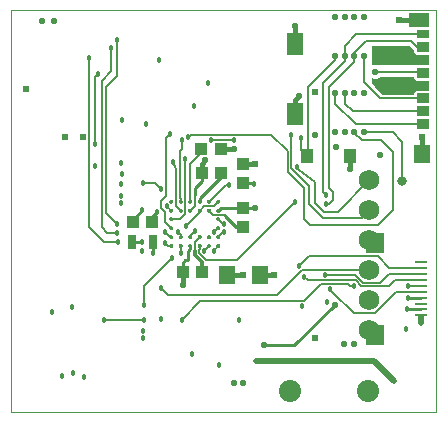
<source format=gbr>
%TF.GenerationSoftware,KiCad,Pcbnew,(5.1.4)-1*%
%TF.CreationDate,2019-10-25T20:45:33-07:00*%
%TF.ProjectId,base,62617365-2e6b-4696-9361-645f70636258,rev?*%
%TF.SameCoordinates,Original*%
%TF.FileFunction,Copper,L4,Bot*%
%TF.FilePolarity,Positive*%
%FSLAX46Y46*%
G04 Gerber Fmt 4.6, Leading zero omitted, Abs format (unit mm)*
G04 Created by KiCad (PCBNEW (5.1.4)-1) date 2019-10-25 20:45:33*
%MOMM*%
%LPD*%
G04 APERTURE LIST*
%ADD10C,0.050000*%
%ADD11R,1.500000X1.700000*%
%ADD12R,1.100000X0.250000*%
%ADD13R,1.000000X1.000000*%
%ADD14R,1.100000X1.000000*%
%ADD15C,0.100000*%
%ADD16C,0.340000*%
%ADD17R,1.400000X1.600000*%
%ADD18R,0.800000X1.200000*%
%ADD19C,1.870000*%
%ADD20R,1.000000X1.200000*%
%ADD21R,1.350000X1.900000*%
%ADD22R,1.800000X1.170000*%
%ADD23R,1.100000X0.750000*%
%ADD24R,1.100000X0.850000*%
%ADD25R,1.350000X1.550000*%
%ADD26C,1.727200*%
%ADD27C,0.457000*%
%ADD28C,0.533400*%
%ADD29C,0.609600*%
%ADD30C,0.800000*%
%ADD31C,0.457200*%
%ADD32C,0.406400*%
%ADD33C,0.254000*%
%ADD34C,0.127000*%
%ADD35C,0.250000*%
%ADD36C,0.152400*%
%ADD37C,0.508000*%
%ADD38C,0.203200*%
%ADD39C,0.150000*%
%ADD40C,0.304800*%
%ADD41C,0.076200*%
G04 APERTURE END LIST*
D10*
X166500000Y-93500000D02*
X130500000Y-93500000D01*
X130500000Y-93500000D02*
X130500000Y-127500000D01*
X166500000Y-127500000D02*
X166500000Y-93500000D01*
X130500000Y-127500000D02*
X166500000Y-127500000D01*
D11*
X161350000Y-113200000D03*
X161350000Y-121000000D03*
D12*
X165250000Y-114850000D03*
X165250000Y-115350000D03*
X165250000Y-115850000D03*
X165250000Y-116350000D03*
X165250000Y-116850000D03*
X165250000Y-117350000D03*
X165250000Y-117850000D03*
X165250000Y-118350000D03*
X165250000Y-118850000D03*
X165250000Y-119350000D03*
D13*
X140821400Y-111428900D03*
X142421400Y-111428900D03*
D14*
X146625100Y-105270400D03*
X148325100Y-105270400D03*
D15*
G36*
X144887764Y-112552218D02*
G01*
X144904266Y-112554666D01*
X144920449Y-112558719D01*
X144936157Y-112564339D01*
X144951238Y-112571472D01*
X144965548Y-112580049D01*
X144978948Y-112589987D01*
X144991309Y-112601191D01*
X145002513Y-112613552D01*
X145012451Y-112626952D01*
X145021028Y-112641262D01*
X145028161Y-112656343D01*
X145033781Y-112672051D01*
X145037834Y-112688234D01*
X145040282Y-112704736D01*
X145041101Y-112721399D01*
X145041101Y-112721401D01*
X145040282Y-112738064D01*
X145037834Y-112754566D01*
X145033781Y-112770749D01*
X145028161Y-112786457D01*
X145021028Y-112801538D01*
X145012451Y-112815848D01*
X145002513Y-112829248D01*
X144991309Y-112841609D01*
X144978948Y-112852813D01*
X144965548Y-112862751D01*
X144951238Y-112871328D01*
X144936157Y-112878461D01*
X144920449Y-112884081D01*
X144904266Y-112888134D01*
X144887764Y-112890582D01*
X144871101Y-112891401D01*
X144871099Y-112891401D01*
X144854436Y-112890582D01*
X144837934Y-112888134D01*
X144821751Y-112884081D01*
X144806043Y-112878461D01*
X144790962Y-112871328D01*
X144776652Y-112862751D01*
X144763252Y-112852813D01*
X144750891Y-112841609D01*
X144739687Y-112829248D01*
X144729749Y-112815848D01*
X144721172Y-112801538D01*
X144714039Y-112786457D01*
X144708419Y-112770749D01*
X144704366Y-112754566D01*
X144701918Y-112738064D01*
X144701099Y-112721401D01*
X144701099Y-112721399D01*
X144701918Y-112704736D01*
X144704366Y-112688234D01*
X144708419Y-112672051D01*
X144714039Y-112656343D01*
X144721172Y-112641262D01*
X144729749Y-112626952D01*
X144739687Y-112613552D01*
X144750891Y-112601191D01*
X144763252Y-112589987D01*
X144776652Y-112580049D01*
X144790962Y-112571472D01*
X144806043Y-112564339D01*
X144821751Y-112558719D01*
X144837934Y-112554666D01*
X144854436Y-112552218D01*
X144871099Y-112551399D01*
X144871101Y-112551399D01*
X144887764Y-112552218D01*
X144887764Y-112552218D01*
G37*
D16*
X144871100Y-112721400D03*
D15*
G36*
X145687764Y-112552218D02*
G01*
X145704266Y-112554666D01*
X145720449Y-112558719D01*
X145736157Y-112564339D01*
X145751238Y-112571472D01*
X145765548Y-112580049D01*
X145778948Y-112589987D01*
X145791309Y-112601191D01*
X145802513Y-112613552D01*
X145812451Y-112626952D01*
X145821028Y-112641262D01*
X145828161Y-112656343D01*
X145833781Y-112672051D01*
X145837834Y-112688234D01*
X145840282Y-112704736D01*
X145841101Y-112721399D01*
X145841101Y-112721401D01*
X145840282Y-112738064D01*
X145837834Y-112754566D01*
X145833781Y-112770749D01*
X145828161Y-112786457D01*
X145821028Y-112801538D01*
X145812451Y-112815848D01*
X145802513Y-112829248D01*
X145791309Y-112841609D01*
X145778948Y-112852813D01*
X145765548Y-112862751D01*
X145751238Y-112871328D01*
X145736157Y-112878461D01*
X145720449Y-112884081D01*
X145704266Y-112888134D01*
X145687764Y-112890582D01*
X145671101Y-112891401D01*
X145671099Y-112891401D01*
X145654436Y-112890582D01*
X145637934Y-112888134D01*
X145621751Y-112884081D01*
X145606043Y-112878461D01*
X145590962Y-112871328D01*
X145576652Y-112862751D01*
X145563252Y-112852813D01*
X145550891Y-112841609D01*
X145539687Y-112829248D01*
X145529749Y-112815848D01*
X145521172Y-112801538D01*
X145514039Y-112786457D01*
X145508419Y-112770749D01*
X145504366Y-112754566D01*
X145501918Y-112738064D01*
X145501099Y-112721401D01*
X145501099Y-112721399D01*
X145501918Y-112704736D01*
X145504366Y-112688234D01*
X145508419Y-112672051D01*
X145514039Y-112656343D01*
X145521172Y-112641262D01*
X145529749Y-112626952D01*
X145539687Y-112613552D01*
X145550891Y-112601191D01*
X145563252Y-112589987D01*
X145576652Y-112580049D01*
X145590962Y-112571472D01*
X145606043Y-112564339D01*
X145621751Y-112558719D01*
X145637934Y-112554666D01*
X145654436Y-112552218D01*
X145671099Y-112551399D01*
X145671101Y-112551399D01*
X145687764Y-112552218D01*
X145687764Y-112552218D01*
G37*
D16*
X145671100Y-112721400D03*
D15*
G36*
X146487764Y-112552218D02*
G01*
X146504266Y-112554666D01*
X146520449Y-112558719D01*
X146536157Y-112564339D01*
X146551238Y-112571472D01*
X146565548Y-112580049D01*
X146578948Y-112589987D01*
X146591309Y-112601191D01*
X146602513Y-112613552D01*
X146612451Y-112626952D01*
X146621028Y-112641262D01*
X146628161Y-112656343D01*
X146633781Y-112672051D01*
X146637834Y-112688234D01*
X146640282Y-112704736D01*
X146641101Y-112721399D01*
X146641101Y-112721401D01*
X146640282Y-112738064D01*
X146637834Y-112754566D01*
X146633781Y-112770749D01*
X146628161Y-112786457D01*
X146621028Y-112801538D01*
X146612451Y-112815848D01*
X146602513Y-112829248D01*
X146591309Y-112841609D01*
X146578948Y-112852813D01*
X146565548Y-112862751D01*
X146551238Y-112871328D01*
X146536157Y-112878461D01*
X146520449Y-112884081D01*
X146504266Y-112888134D01*
X146487764Y-112890582D01*
X146471101Y-112891401D01*
X146471099Y-112891401D01*
X146454436Y-112890582D01*
X146437934Y-112888134D01*
X146421751Y-112884081D01*
X146406043Y-112878461D01*
X146390962Y-112871328D01*
X146376652Y-112862751D01*
X146363252Y-112852813D01*
X146350891Y-112841609D01*
X146339687Y-112829248D01*
X146329749Y-112815848D01*
X146321172Y-112801538D01*
X146314039Y-112786457D01*
X146308419Y-112770749D01*
X146304366Y-112754566D01*
X146301918Y-112738064D01*
X146301099Y-112721401D01*
X146301099Y-112721399D01*
X146301918Y-112704736D01*
X146304366Y-112688234D01*
X146308419Y-112672051D01*
X146314039Y-112656343D01*
X146321172Y-112641262D01*
X146329749Y-112626952D01*
X146339687Y-112613552D01*
X146350891Y-112601191D01*
X146363252Y-112589987D01*
X146376652Y-112580049D01*
X146390962Y-112571472D01*
X146406043Y-112564339D01*
X146421751Y-112558719D01*
X146437934Y-112554666D01*
X146454436Y-112552218D01*
X146471099Y-112551399D01*
X146471101Y-112551399D01*
X146487764Y-112552218D01*
X146487764Y-112552218D01*
G37*
D16*
X146471100Y-112721400D03*
D15*
G36*
X147287764Y-112552218D02*
G01*
X147304266Y-112554666D01*
X147320449Y-112558719D01*
X147336157Y-112564339D01*
X147351238Y-112571472D01*
X147365548Y-112580049D01*
X147378948Y-112589987D01*
X147391309Y-112601191D01*
X147402513Y-112613552D01*
X147412451Y-112626952D01*
X147421028Y-112641262D01*
X147428161Y-112656343D01*
X147433781Y-112672051D01*
X147437834Y-112688234D01*
X147440282Y-112704736D01*
X147441101Y-112721399D01*
X147441101Y-112721401D01*
X147440282Y-112738064D01*
X147437834Y-112754566D01*
X147433781Y-112770749D01*
X147428161Y-112786457D01*
X147421028Y-112801538D01*
X147412451Y-112815848D01*
X147402513Y-112829248D01*
X147391309Y-112841609D01*
X147378948Y-112852813D01*
X147365548Y-112862751D01*
X147351238Y-112871328D01*
X147336157Y-112878461D01*
X147320449Y-112884081D01*
X147304266Y-112888134D01*
X147287764Y-112890582D01*
X147271101Y-112891401D01*
X147271099Y-112891401D01*
X147254436Y-112890582D01*
X147237934Y-112888134D01*
X147221751Y-112884081D01*
X147206043Y-112878461D01*
X147190962Y-112871328D01*
X147176652Y-112862751D01*
X147163252Y-112852813D01*
X147150891Y-112841609D01*
X147139687Y-112829248D01*
X147129749Y-112815848D01*
X147121172Y-112801538D01*
X147114039Y-112786457D01*
X147108419Y-112770749D01*
X147104366Y-112754566D01*
X147101918Y-112738064D01*
X147101099Y-112721401D01*
X147101099Y-112721399D01*
X147101918Y-112704736D01*
X147104366Y-112688234D01*
X147108419Y-112672051D01*
X147114039Y-112656343D01*
X147121172Y-112641262D01*
X147129749Y-112626952D01*
X147139687Y-112613552D01*
X147150891Y-112601191D01*
X147163252Y-112589987D01*
X147176652Y-112580049D01*
X147190962Y-112571472D01*
X147206043Y-112564339D01*
X147221751Y-112558719D01*
X147237934Y-112554666D01*
X147254436Y-112552218D01*
X147271099Y-112551399D01*
X147271101Y-112551399D01*
X147287764Y-112552218D01*
X147287764Y-112552218D01*
G37*
D16*
X147271100Y-112721400D03*
D15*
G36*
X144087764Y-113302218D02*
G01*
X144104266Y-113304666D01*
X144120449Y-113308719D01*
X144136157Y-113314339D01*
X144151238Y-113321472D01*
X144165548Y-113330049D01*
X144178948Y-113339987D01*
X144191309Y-113351191D01*
X144202513Y-113363552D01*
X144212451Y-113376952D01*
X144221028Y-113391262D01*
X144228161Y-113406343D01*
X144233781Y-113422051D01*
X144237834Y-113438234D01*
X144240282Y-113454736D01*
X144241101Y-113471399D01*
X144241101Y-113471401D01*
X144240282Y-113488064D01*
X144237834Y-113504566D01*
X144233781Y-113520749D01*
X144228161Y-113536457D01*
X144221028Y-113551538D01*
X144212451Y-113565848D01*
X144202513Y-113579248D01*
X144191309Y-113591609D01*
X144178948Y-113602813D01*
X144165548Y-113612751D01*
X144151238Y-113621328D01*
X144136157Y-113628461D01*
X144120449Y-113634081D01*
X144104266Y-113638134D01*
X144087764Y-113640582D01*
X144071101Y-113641401D01*
X144071099Y-113641401D01*
X144054436Y-113640582D01*
X144037934Y-113638134D01*
X144021751Y-113634081D01*
X144006043Y-113628461D01*
X143990962Y-113621328D01*
X143976652Y-113612751D01*
X143963252Y-113602813D01*
X143950891Y-113591609D01*
X143939687Y-113579248D01*
X143929749Y-113565848D01*
X143921172Y-113551538D01*
X143914039Y-113536457D01*
X143908419Y-113520749D01*
X143904366Y-113504566D01*
X143901918Y-113488064D01*
X143901099Y-113471401D01*
X143901099Y-113471399D01*
X143901918Y-113454736D01*
X143904366Y-113438234D01*
X143908419Y-113422051D01*
X143914039Y-113406343D01*
X143921172Y-113391262D01*
X143929749Y-113376952D01*
X143939687Y-113363552D01*
X143950891Y-113351191D01*
X143963252Y-113339987D01*
X143976652Y-113330049D01*
X143990962Y-113321472D01*
X144006043Y-113314339D01*
X144021751Y-113308719D01*
X144037934Y-113304666D01*
X144054436Y-113302218D01*
X144071099Y-113301399D01*
X144071101Y-113301399D01*
X144087764Y-113302218D01*
X144087764Y-113302218D01*
G37*
D16*
X144071100Y-113471400D03*
D15*
G36*
X144087764Y-112552218D02*
G01*
X144104266Y-112554666D01*
X144120449Y-112558719D01*
X144136157Y-112564339D01*
X144151238Y-112571472D01*
X144165548Y-112580049D01*
X144178948Y-112589987D01*
X144191309Y-112601191D01*
X144202513Y-112613552D01*
X144212451Y-112626952D01*
X144221028Y-112641262D01*
X144228161Y-112656343D01*
X144233781Y-112672051D01*
X144237834Y-112688234D01*
X144240282Y-112704736D01*
X144241101Y-112721399D01*
X144241101Y-112721401D01*
X144240282Y-112738064D01*
X144237834Y-112754566D01*
X144233781Y-112770749D01*
X144228161Y-112786457D01*
X144221028Y-112801538D01*
X144212451Y-112815848D01*
X144202513Y-112829248D01*
X144191309Y-112841609D01*
X144178948Y-112852813D01*
X144165548Y-112862751D01*
X144151238Y-112871328D01*
X144136157Y-112878461D01*
X144120449Y-112884081D01*
X144104266Y-112888134D01*
X144087764Y-112890582D01*
X144071101Y-112891401D01*
X144071099Y-112891401D01*
X144054436Y-112890582D01*
X144037934Y-112888134D01*
X144021751Y-112884081D01*
X144006043Y-112878461D01*
X143990962Y-112871328D01*
X143976652Y-112862751D01*
X143963252Y-112852813D01*
X143950891Y-112841609D01*
X143939687Y-112829248D01*
X143929749Y-112815848D01*
X143921172Y-112801538D01*
X143914039Y-112786457D01*
X143908419Y-112770749D01*
X143904366Y-112754566D01*
X143901918Y-112738064D01*
X143901099Y-112721401D01*
X143901099Y-112721399D01*
X143901918Y-112704736D01*
X143904366Y-112688234D01*
X143908419Y-112672051D01*
X143914039Y-112656343D01*
X143921172Y-112641262D01*
X143929749Y-112626952D01*
X143939687Y-112613552D01*
X143950891Y-112601191D01*
X143963252Y-112589987D01*
X143976652Y-112580049D01*
X143990962Y-112571472D01*
X144006043Y-112564339D01*
X144021751Y-112558719D01*
X144037934Y-112554666D01*
X144054436Y-112552218D01*
X144071099Y-112551399D01*
X144071101Y-112551399D01*
X144087764Y-112552218D01*
X144087764Y-112552218D01*
G37*
D16*
X144071100Y-112721400D03*
D15*
G36*
X144087764Y-111802218D02*
G01*
X144104266Y-111804666D01*
X144120449Y-111808719D01*
X144136157Y-111814339D01*
X144151238Y-111821472D01*
X144165548Y-111830049D01*
X144178948Y-111839987D01*
X144191309Y-111851191D01*
X144202513Y-111863552D01*
X144212451Y-111876952D01*
X144221028Y-111891262D01*
X144228161Y-111906343D01*
X144233781Y-111922051D01*
X144237834Y-111938234D01*
X144240282Y-111954736D01*
X144241101Y-111971399D01*
X144241101Y-111971401D01*
X144240282Y-111988064D01*
X144237834Y-112004566D01*
X144233781Y-112020749D01*
X144228161Y-112036457D01*
X144221028Y-112051538D01*
X144212451Y-112065848D01*
X144202513Y-112079248D01*
X144191309Y-112091609D01*
X144178948Y-112102813D01*
X144165548Y-112112751D01*
X144151238Y-112121328D01*
X144136157Y-112128461D01*
X144120449Y-112134081D01*
X144104266Y-112138134D01*
X144087764Y-112140582D01*
X144071101Y-112141401D01*
X144071099Y-112141401D01*
X144054436Y-112140582D01*
X144037934Y-112138134D01*
X144021751Y-112134081D01*
X144006043Y-112128461D01*
X143990962Y-112121328D01*
X143976652Y-112112751D01*
X143963252Y-112102813D01*
X143950891Y-112091609D01*
X143939687Y-112079248D01*
X143929749Y-112065848D01*
X143921172Y-112051538D01*
X143914039Y-112036457D01*
X143908419Y-112020749D01*
X143904366Y-112004566D01*
X143901918Y-111988064D01*
X143901099Y-111971401D01*
X143901099Y-111971399D01*
X143901918Y-111954736D01*
X143904366Y-111938234D01*
X143908419Y-111922051D01*
X143914039Y-111906343D01*
X143921172Y-111891262D01*
X143929749Y-111876952D01*
X143939687Y-111863552D01*
X143950891Y-111851191D01*
X143963252Y-111839987D01*
X143976652Y-111830049D01*
X143990962Y-111821472D01*
X144006043Y-111814339D01*
X144021751Y-111808719D01*
X144037934Y-111804666D01*
X144054436Y-111802218D01*
X144071099Y-111801399D01*
X144071101Y-111801399D01*
X144087764Y-111802218D01*
X144087764Y-111802218D01*
G37*
D16*
X144071100Y-111971400D03*
D15*
G36*
X144087764Y-111052218D02*
G01*
X144104266Y-111054666D01*
X144120449Y-111058719D01*
X144136157Y-111064339D01*
X144151238Y-111071472D01*
X144165548Y-111080049D01*
X144178948Y-111089987D01*
X144191309Y-111101191D01*
X144202513Y-111113552D01*
X144212451Y-111126952D01*
X144221028Y-111141262D01*
X144228161Y-111156343D01*
X144233781Y-111172051D01*
X144237834Y-111188234D01*
X144240282Y-111204736D01*
X144241101Y-111221399D01*
X144241101Y-111221401D01*
X144240282Y-111238064D01*
X144237834Y-111254566D01*
X144233781Y-111270749D01*
X144228161Y-111286457D01*
X144221028Y-111301538D01*
X144212451Y-111315848D01*
X144202513Y-111329248D01*
X144191309Y-111341609D01*
X144178948Y-111352813D01*
X144165548Y-111362751D01*
X144151238Y-111371328D01*
X144136157Y-111378461D01*
X144120449Y-111384081D01*
X144104266Y-111388134D01*
X144087764Y-111390582D01*
X144071101Y-111391401D01*
X144071099Y-111391401D01*
X144054436Y-111390582D01*
X144037934Y-111388134D01*
X144021751Y-111384081D01*
X144006043Y-111378461D01*
X143990962Y-111371328D01*
X143976652Y-111362751D01*
X143963252Y-111352813D01*
X143950891Y-111341609D01*
X143939687Y-111329248D01*
X143929749Y-111315848D01*
X143921172Y-111301538D01*
X143914039Y-111286457D01*
X143908419Y-111270749D01*
X143904366Y-111254566D01*
X143901918Y-111238064D01*
X143901099Y-111221401D01*
X143901099Y-111221399D01*
X143901918Y-111204736D01*
X143904366Y-111188234D01*
X143908419Y-111172051D01*
X143914039Y-111156343D01*
X143921172Y-111141262D01*
X143929749Y-111126952D01*
X143939687Y-111113552D01*
X143950891Y-111101191D01*
X143963252Y-111089987D01*
X143976652Y-111080049D01*
X143990962Y-111071472D01*
X144006043Y-111064339D01*
X144021751Y-111058719D01*
X144037934Y-111054666D01*
X144054436Y-111052218D01*
X144071099Y-111051399D01*
X144071101Y-111051399D01*
X144087764Y-111052218D01*
X144087764Y-111052218D01*
G37*
D16*
X144071100Y-111221400D03*
D15*
G36*
X144887764Y-113302218D02*
G01*
X144904266Y-113304666D01*
X144920449Y-113308719D01*
X144936157Y-113314339D01*
X144951238Y-113321472D01*
X144965548Y-113330049D01*
X144978948Y-113339987D01*
X144991309Y-113351191D01*
X145002513Y-113363552D01*
X145012451Y-113376952D01*
X145021028Y-113391262D01*
X145028161Y-113406343D01*
X145033781Y-113422051D01*
X145037834Y-113438234D01*
X145040282Y-113454736D01*
X145041101Y-113471399D01*
X145041101Y-113471401D01*
X145040282Y-113488064D01*
X145037834Y-113504566D01*
X145033781Y-113520749D01*
X145028161Y-113536457D01*
X145021028Y-113551538D01*
X145012451Y-113565848D01*
X145002513Y-113579248D01*
X144991309Y-113591609D01*
X144978948Y-113602813D01*
X144965548Y-113612751D01*
X144951238Y-113621328D01*
X144936157Y-113628461D01*
X144920449Y-113634081D01*
X144904266Y-113638134D01*
X144887764Y-113640582D01*
X144871101Y-113641401D01*
X144871099Y-113641401D01*
X144854436Y-113640582D01*
X144837934Y-113638134D01*
X144821751Y-113634081D01*
X144806043Y-113628461D01*
X144790962Y-113621328D01*
X144776652Y-113612751D01*
X144763252Y-113602813D01*
X144750891Y-113591609D01*
X144739687Y-113579248D01*
X144729749Y-113565848D01*
X144721172Y-113551538D01*
X144714039Y-113536457D01*
X144708419Y-113520749D01*
X144704366Y-113504566D01*
X144701918Y-113488064D01*
X144701099Y-113471401D01*
X144701099Y-113471399D01*
X144701918Y-113454736D01*
X144704366Y-113438234D01*
X144708419Y-113422051D01*
X144714039Y-113406343D01*
X144721172Y-113391262D01*
X144729749Y-113376952D01*
X144739687Y-113363552D01*
X144750891Y-113351191D01*
X144763252Y-113339987D01*
X144776652Y-113330049D01*
X144790962Y-113321472D01*
X144806043Y-113314339D01*
X144821751Y-113308719D01*
X144837934Y-113304666D01*
X144854436Y-113302218D01*
X144871099Y-113301399D01*
X144871101Y-113301399D01*
X144887764Y-113302218D01*
X144887764Y-113302218D01*
G37*
D16*
X144871100Y-113471400D03*
D15*
G36*
X145687764Y-113302218D02*
G01*
X145704266Y-113304666D01*
X145720449Y-113308719D01*
X145736157Y-113314339D01*
X145751238Y-113321472D01*
X145765548Y-113330049D01*
X145778948Y-113339987D01*
X145791309Y-113351191D01*
X145802513Y-113363552D01*
X145812451Y-113376952D01*
X145821028Y-113391262D01*
X145828161Y-113406343D01*
X145833781Y-113422051D01*
X145837834Y-113438234D01*
X145840282Y-113454736D01*
X145841101Y-113471399D01*
X145841101Y-113471401D01*
X145840282Y-113488064D01*
X145837834Y-113504566D01*
X145833781Y-113520749D01*
X145828161Y-113536457D01*
X145821028Y-113551538D01*
X145812451Y-113565848D01*
X145802513Y-113579248D01*
X145791309Y-113591609D01*
X145778948Y-113602813D01*
X145765548Y-113612751D01*
X145751238Y-113621328D01*
X145736157Y-113628461D01*
X145720449Y-113634081D01*
X145704266Y-113638134D01*
X145687764Y-113640582D01*
X145671101Y-113641401D01*
X145671099Y-113641401D01*
X145654436Y-113640582D01*
X145637934Y-113638134D01*
X145621751Y-113634081D01*
X145606043Y-113628461D01*
X145590962Y-113621328D01*
X145576652Y-113612751D01*
X145563252Y-113602813D01*
X145550891Y-113591609D01*
X145539687Y-113579248D01*
X145529749Y-113565848D01*
X145521172Y-113551538D01*
X145514039Y-113536457D01*
X145508419Y-113520749D01*
X145504366Y-113504566D01*
X145501918Y-113488064D01*
X145501099Y-113471401D01*
X145501099Y-113471399D01*
X145501918Y-113454736D01*
X145504366Y-113438234D01*
X145508419Y-113422051D01*
X145514039Y-113406343D01*
X145521172Y-113391262D01*
X145529749Y-113376952D01*
X145539687Y-113363552D01*
X145550891Y-113351191D01*
X145563252Y-113339987D01*
X145576652Y-113330049D01*
X145590962Y-113321472D01*
X145606043Y-113314339D01*
X145621751Y-113308719D01*
X145637934Y-113304666D01*
X145654436Y-113302218D01*
X145671099Y-113301399D01*
X145671101Y-113301399D01*
X145687764Y-113302218D01*
X145687764Y-113302218D01*
G37*
D16*
X145671100Y-113471400D03*
D15*
G36*
X146487764Y-113302218D02*
G01*
X146504266Y-113304666D01*
X146520449Y-113308719D01*
X146536157Y-113314339D01*
X146551238Y-113321472D01*
X146565548Y-113330049D01*
X146578948Y-113339987D01*
X146591309Y-113351191D01*
X146602513Y-113363552D01*
X146612451Y-113376952D01*
X146621028Y-113391262D01*
X146628161Y-113406343D01*
X146633781Y-113422051D01*
X146637834Y-113438234D01*
X146640282Y-113454736D01*
X146641101Y-113471399D01*
X146641101Y-113471401D01*
X146640282Y-113488064D01*
X146637834Y-113504566D01*
X146633781Y-113520749D01*
X146628161Y-113536457D01*
X146621028Y-113551538D01*
X146612451Y-113565848D01*
X146602513Y-113579248D01*
X146591309Y-113591609D01*
X146578948Y-113602813D01*
X146565548Y-113612751D01*
X146551238Y-113621328D01*
X146536157Y-113628461D01*
X146520449Y-113634081D01*
X146504266Y-113638134D01*
X146487764Y-113640582D01*
X146471101Y-113641401D01*
X146471099Y-113641401D01*
X146454436Y-113640582D01*
X146437934Y-113638134D01*
X146421751Y-113634081D01*
X146406043Y-113628461D01*
X146390962Y-113621328D01*
X146376652Y-113612751D01*
X146363252Y-113602813D01*
X146350891Y-113591609D01*
X146339687Y-113579248D01*
X146329749Y-113565848D01*
X146321172Y-113551538D01*
X146314039Y-113536457D01*
X146308419Y-113520749D01*
X146304366Y-113504566D01*
X146301918Y-113488064D01*
X146301099Y-113471401D01*
X146301099Y-113471399D01*
X146301918Y-113454736D01*
X146304366Y-113438234D01*
X146308419Y-113422051D01*
X146314039Y-113406343D01*
X146321172Y-113391262D01*
X146329749Y-113376952D01*
X146339687Y-113363552D01*
X146350891Y-113351191D01*
X146363252Y-113339987D01*
X146376652Y-113330049D01*
X146390962Y-113321472D01*
X146406043Y-113314339D01*
X146421751Y-113308719D01*
X146437934Y-113304666D01*
X146454436Y-113302218D01*
X146471099Y-113301399D01*
X146471101Y-113301399D01*
X146487764Y-113302218D01*
X146487764Y-113302218D01*
G37*
D16*
X146471100Y-113471400D03*
D15*
G36*
X147287764Y-113302218D02*
G01*
X147304266Y-113304666D01*
X147320449Y-113308719D01*
X147336157Y-113314339D01*
X147351238Y-113321472D01*
X147365548Y-113330049D01*
X147378948Y-113339987D01*
X147391309Y-113351191D01*
X147402513Y-113363552D01*
X147412451Y-113376952D01*
X147421028Y-113391262D01*
X147428161Y-113406343D01*
X147433781Y-113422051D01*
X147437834Y-113438234D01*
X147440282Y-113454736D01*
X147441101Y-113471399D01*
X147441101Y-113471401D01*
X147440282Y-113488064D01*
X147437834Y-113504566D01*
X147433781Y-113520749D01*
X147428161Y-113536457D01*
X147421028Y-113551538D01*
X147412451Y-113565848D01*
X147402513Y-113579248D01*
X147391309Y-113591609D01*
X147378948Y-113602813D01*
X147365548Y-113612751D01*
X147351238Y-113621328D01*
X147336157Y-113628461D01*
X147320449Y-113634081D01*
X147304266Y-113638134D01*
X147287764Y-113640582D01*
X147271101Y-113641401D01*
X147271099Y-113641401D01*
X147254436Y-113640582D01*
X147237934Y-113638134D01*
X147221751Y-113634081D01*
X147206043Y-113628461D01*
X147190962Y-113621328D01*
X147176652Y-113612751D01*
X147163252Y-113602813D01*
X147150891Y-113591609D01*
X147139687Y-113579248D01*
X147129749Y-113565848D01*
X147121172Y-113551538D01*
X147114039Y-113536457D01*
X147108419Y-113520749D01*
X147104366Y-113504566D01*
X147101918Y-113488064D01*
X147101099Y-113471401D01*
X147101099Y-113471399D01*
X147101918Y-113454736D01*
X147104366Y-113438234D01*
X147108419Y-113422051D01*
X147114039Y-113406343D01*
X147121172Y-113391262D01*
X147129749Y-113376952D01*
X147139687Y-113363552D01*
X147150891Y-113351191D01*
X147163252Y-113339987D01*
X147176652Y-113330049D01*
X147190962Y-113321472D01*
X147206043Y-113314339D01*
X147221751Y-113308719D01*
X147237934Y-113304666D01*
X147254436Y-113302218D01*
X147271099Y-113301399D01*
X147271101Y-113301399D01*
X147287764Y-113302218D01*
X147287764Y-113302218D01*
G37*
D16*
X147271100Y-113471400D03*
D15*
G36*
X148087764Y-111802218D02*
G01*
X148104266Y-111804666D01*
X148120449Y-111808719D01*
X148136157Y-111814339D01*
X148151238Y-111821472D01*
X148165548Y-111830049D01*
X148178948Y-111839987D01*
X148191309Y-111851191D01*
X148202513Y-111863552D01*
X148212451Y-111876952D01*
X148221028Y-111891262D01*
X148228161Y-111906343D01*
X148233781Y-111922051D01*
X148237834Y-111938234D01*
X148240282Y-111954736D01*
X148241101Y-111971399D01*
X148241101Y-111971401D01*
X148240282Y-111988064D01*
X148237834Y-112004566D01*
X148233781Y-112020749D01*
X148228161Y-112036457D01*
X148221028Y-112051538D01*
X148212451Y-112065848D01*
X148202513Y-112079248D01*
X148191309Y-112091609D01*
X148178948Y-112102813D01*
X148165548Y-112112751D01*
X148151238Y-112121328D01*
X148136157Y-112128461D01*
X148120449Y-112134081D01*
X148104266Y-112138134D01*
X148087764Y-112140582D01*
X148071101Y-112141401D01*
X148071099Y-112141401D01*
X148054436Y-112140582D01*
X148037934Y-112138134D01*
X148021751Y-112134081D01*
X148006043Y-112128461D01*
X147990962Y-112121328D01*
X147976652Y-112112751D01*
X147963252Y-112102813D01*
X147950891Y-112091609D01*
X147939687Y-112079248D01*
X147929749Y-112065848D01*
X147921172Y-112051538D01*
X147914039Y-112036457D01*
X147908419Y-112020749D01*
X147904366Y-112004566D01*
X147901918Y-111988064D01*
X147901099Y-111971401D01*
X147901099Y-111971399D01*
X147901918Y-111954736D01*
X147904366Y-111938234D01*
X147908419Y-111922051D01*
X147914039Y-111906343D01*
X147921172Y-111891262D01*
X147929749Y-111876952D01*
X147939687Y-111863552D01*
X147950891Y-111851191D01*
X147963252Y-111839987D01*
X147976652Y-111830049D01*
X147990962Y-111821472D01*
X148006043Y-111814339D01*
X148021751Y-111808719D01*
X148037934Y-111804666D01*
X148054436Y-111802218D01*
X148071099Y-111801399D01*
X148071101Y-111801399D01*
X148087764Y-111802218D01*
X148087764Y-111802218D01*
G37*
D16*
X148071100Y-111971400D03*
D15*
G36*
X148087764Y-113302218D02*
G01*
X148104266Y-113304666D01*
X148120449Y-113308719D01*
X148136157Y-113314339D01*
X148151238Y-113321472D01*
X148165548Y-113330049D01*
X148178948Y-113339987D01*
X148191309Y-113351191D01*
X148202513Y-113363552D01*
X148212451Y-113376952D01*
X148221028Y-113391262D01*
X148228161Y-113406343D01*
X148233781Y-113422051D01*
X148237834Y-113438234D01*
X148240282Y-113454736D01*
X148241101Y-113471399D01*
X148241101Y-113471401D01*
X148240282Y-113488064D01*
X148237834Y-113504566D01*
X148233781Y-113520749D01*
X148228161Y-113536457D01*
X148221028Y-113551538D01*
X148212451Y-113565848D01*
X148202513Y-113579248D01*
X148191309Y-113591609D01*
X148178948Y-113602813D01*
X148165548Y-113612751D01*
X148151238Y-113621328D01*
X148136157Y-113628461D01*
X148120449Y-113634081D01*
X148104266Y-113638134D01*
X148087764Y-113640582D01*
X148071101Y-113641401D01*
X148071099Y-113641401D01*
X148054436Y-113640582D01*
X148037934Y-113638134D01*
X148021751Y-113634081D01*
X148006043Y-113628461D01*
X147990962Y-113621328D01*
X147976652Y-113612751D01*
X147963252Y-113602813D01*
X147950891Y-113591609D01*
X147939687Y-113579248D01*
X147929749Y-113565848D01*
X147921172Y-113551538D01*
X147914039Y-113536457D01*
X147908419Y-113520749D01*
X147904366Y-113504566D01*
X147901918Y-113488064D01*
X147901099Y-113471401D01*
X147901099Y-113471399D01*
X147901918Y-113454736D01*
X147904366Y-113438234D01*
X147908419Y-113422051D01*
X147914039Y-113406343D01*
X147921172Y-113391262D01*
X147929749Y-113376952D01*
X147939687Y-113363552D01*
X147950891Y-113351191D01*
X147963252Y-113339987D01*
X147976652Y-113330049D01*
X147990962Y-113321472D01*
X148006043Y-113314339D01*
X148021751Y-113308719D01*
X148037934Y-113304666D01*
X148054436Y-113302218D01*
X148071099Y-113301399D01*
X148071101Y-113301399D01*
X148087764Y-113302218D01*
X148087764Y-113302218D01*
G37*
D16*
X148071100Y-113471400D03*
D15*
G36*
X148087764Y-112552218D02*
G01*
X148104266Y-112554666D01*
X148120449Y-112558719D01*
X148136157Y-112564339D01*
X148151238Y-112571472D01*
X148165548Y-112580049D01*
X148178948Y-112589987D01*
X148191309Y-112601191D01*
X148202513Y-112613552D01*
X148212451Y-112626952D01*
X148221028Y-112641262D01*
X148228161Y-112656343D01*
X148233781Y-112672051D01*
X148237834Y-112688234D01*
X148240282Y-112704736D01*
X148241101Y-112721399D01*
X148241101Y-112721401D01*
X148240282Y-112738064D01*
X148237834Y-112754566D01*
X148233781Y-112770749D01*
X148228161Y-112786457D01*
X148221028Y-112801538D01*
X148212451Y-112815848D01*
X148202513Y-112829248D01*
X148191309Y-112841609D01*
X148178948Y-112852813D01*
X148165548Y-112862751D01*
X148151238Y-112871328D01*
X148136157Y-112878461D01*
X148120449Y-112884081D01*
X148104266Y-112888134D01*
X148087764Y-112890582D01*
X148071101Y-112891401D01*
X148071099Y-112891401D01*
X148054436Y-112890582D01*
X148037934Y-112888134D01*
X148021751Y-112884081D01*
X148006043Y-112878461D01*
X147990962Y-112871328D01*
X147976652Y-112862751D01*
X147963252Y-112852813D01*
X147950891Y-112841609D01*
X147939687Y-112829248D01*
X147929749Y-112815848D01*
X147921172Y-112801538D01*
X147914039Y-112786457D01*
X147908419Y-112770749D01*
X147904366Y-112754566D01*
X147901918Y-112738064D01*
X147901099Y-112721401D01*
X147901099Y-112721399D01*
X147901918Y-112704736D01*
X147904366Y-112688234D01*
X147908419Y-112672051D01*
X147914039Y-112656343D01*
X147921172Y-112641262D01*
X147929749Y-112626952D01*
X147939687Y-112613552D01*
X147950891Y-112601191D01*
X147963252Y-112589987D01*
X147976652Y-112580049D01*
X147990962Y-112571472D01*
X148006043Y-112564339D01*
X148021751Y-112558719D01*
X148037934Y-112554666D01*
X148054436Y-112552218D01*
X148071099Y-112551399D01*
X148071101Y-112551399D01*
X148087764Y-112552218D01*
X148087764Y-112552218D01*
G37*
D16*
X148071100Y-112721400D03*
D15*
G36*
X148087764Y-111052218D02*
G01*
X148104266Y-111054666D01*
X148120449Y-111058719D01*
X148136157Y-111064339D01*
X148151238Y-111071472D01*
X148165548Y-111080049D01*
X148178948Y-111089987D01*
X148191309Y-111101191D01*
X148202513Y-111113552D01*
X148212451Y-111126952D01*
X148221028Y-111141262D01*
X148228161Y-111156343D01*
X148233781Y-111172051D01*
X148237834Y-111188234D01*
X148240282Y-111204736D01*
X148241101Y-111221399D01*
X148241101Y-111221401D01*
X148240282Y-111238064D01*
X148237834Y-111254566D01*
X148233781Y-111270749D01*
X148228161Y-111286457D01*
X148221028Y-111301538D01*
X148212451Y-111315848D01*
X148202513Y-111329248D01*
X148191309Y-111341609D01*
X148178948Y-111352813D01*
X148165548Y-111362751D01*
X148151238Y-111371328D01*
X148136157Y-111378461D01*
X148120449Y-111384081D01*
X148104266Y-111388134D01*
X148087764Y-111390582D01*
X148071101Y-111391401D01*
X148071099Y-111391401D01*
X148054436Y-111390582D01*
X148037934Y-111388134D01*
X148021751Y-111384081D01*
X148006043Y-111378461D01*
X147990962Y-111371328D01*
X147976652Y-111362751D01*
X147963252Y-111352813D01*
X147950891Y-111341609D01*
X147939687Y-111329248D01*
X147929749Y-111315848D01*
X147921172Y-111301538D01*
X147914039Y-111286457D01*
X147908419Y-111270749D01*
X147904366Y-111254566D01*
X147901918Y-111238064D01*
X147901099Y-111221401D01*
X147901099Y-111221399D01*
X147901918Y-111204736D01*
X147904366Y-111188234D01*
X147908419Y-111172051D01*
X147914039Y-111156343D01*
X147921172Y-111141262D01*
X147929749Y-111126952D01*
X147939687Y-111113552D01*
X147950891Y-111101191D01*
X147963252Y-111089987D01*
X147976652Y-111080049D01*
X147990962Y-111071472D01*
X148006043Y-111064339D01*
X148021751Y-111058719D01*
X148037934Y-111054666D01*
X148054436Y-111052218D01*
X148071099Y-111051399D01*
X148071101Y-111051399D01*
X148087764Y-111052218D01*
X148087764Y-111052218D01*
G37*
D16*
X148071100Y-111221400D03*
D15*
G36*
X144087764Y-110302218D02*
G01*
X144104266Y-110304666D01*
X144120449Y-110308719D01*
X144136157Y-110314339D01*
X144151238Y-110321472D01*
X144165548Y-110330049D01*
X144178948Y-110339987D01*
X144191309Y-110351191D01*
X144202513Y-110363552D01*
X144212451Y-110376952D01*
X144221028Y-110391262D01*
X144228161Y-110406343D01*
X144233781Y-110422051D01*
X144237834Y-110438234D01*
X144240282Y-110454736D01*
X144241101Y-110471399D01*
X144241101Y-110471401D01*
X144240282Y-110488064D01*
X144237834Y-110504566D01*
X144233781Y-110520749D01*
X144228161Y-110536457D01*
X144221028Y-110551538D01*
X144212451Y-110565848D01*
X144202513Y-110579248D01*
X144191309Y-110591609D01*
X144178948Y-110602813D01*
X144165548Y-110612751D01*
X144151238Y-110621328D01*
X144136157Y-110628461D01*
X144120449Y-110634081D01*
X144104266Y-110638134D01*
X144087764Y-110640582D01*
X144071101Y-110641401D01*
X144071099Y-110641401D01*
X144054436Y-110640582D01*
X144037934Y-110638134D01*
X144021751Y-110634081D01*
X144006043Y-110628461D01*
X143990962Y-110621328D01*
X143976652Y-110612751D01*
X143963252Y-110602813D01*
X143950891Y-110591609D01*
X143939687Y-110579248D01*
X143929749Y-110565848D01*
X143921172Y-110551538D01*
X143914039Y-110536457D01*
X143908419Y-110520749D01*
X143904366Y-110504566D01*
X143901918Y-110488064D01*
X143901099Y-110471401D01*
X143901099Y-110471399D01*
X143901918Y-110454736D01*
X143904366Y-110438234D01*
X143908419Y-110422051D01*
X143914039Y-110406343D01*
X143921172Y-110391262D01*
X143929749Y-110376952D01*
X143939687Y-110363552D01*
X143950891Y-110351191D01*
X143963252Y-110339987D01*
X143976652Y-110330049D01*
X143990962Y-110321472D01*
X144006043Y-110314339D01*
X144021751Y-110308719D01*
X144037934Y-110304666D01*
X144054436Y-110302218D01*
X144071099Y-110301399D01*
X144071101Y-110301399D01*
X144087764Y-110302218D01*
X144087764Y-110302218D01*
G37*
D16*
X144071100Y-110471400D03*
D15*
G36*
X144887764Y-110302218D02*
G01*
X144904266Y-110304666D01*
X144920449Y-110308719D01*
X144936157Y-110314339D01*
X144951238Y-110321472D01*
X144965548Y-110330049D01*
X144978948Y-110339987D01*
X144991309Y-110351191D01*
X145002513Y-110363552D01*
X145012451Y-110376952D01*
X145021028Y-110391262D01*
X145028161Y-110406343D01*
X145033781Y-110422051D01*
X145037834Y-110438234D01*
X145040282Y-110454736D01*
X145041101Y-110471399D01*
X145041101Y-110471401D01*
X145040282Y-110488064D01*
X145037834Y-110504566D01*
X145033781Y-110520749D01*
X145028161Y-110536457D01*
X145021028Y-110551538D01*
X145012451Y-110565848D01*
X145002513Y-110579248D01*
X144991309Y-110591609D01*
X144978948Y-110602813D01*
X144965548Y-110612751D01*
X144951238Y-110621328D01*
X144936157Y-110628461D01*
X144920449Y-110634081D01*
X144904266Y-110638134D01*
X144887764Y-110640582D01*
X144871101Y-110641401D01*
X144871099Y-110641401D01*
X144854436Y-110640582D01*
X144837934Y-110638134D01*
X144821751Y-110634081D01*
X144806043Y-110628461D01*
X144790962Y-110621328D01*
X144776652Y-110612751D01*
X144763252Y-110602813D01*
X144750891Y-110591609D01*
X144739687Y-110579248D01*
X144729749Y-110565848D01*
X144721172Y-110551538D01*
X144714039Y-110536457D01*
X144708419Y-110520749D01*
X144704366Y-110504566D01*
X144701918Y-110488064D01*
X144701099Y-110471401D01*
X144701099Y-110471399D01*
X144701918Y-110454736D01*
X144704366Y-110438234D01*
X144708419Y-110422051D01*
X144714039Y-110406343D01*
X144721172Y-110391262D01*
X144729749Y-110376952D01*
X144739687Y-110363552D01*
X144750891Y-110351191D01*
X144763252Y-110339987D01*
X144776652Y-110330049D01*
X144790962Y-110321472D01*
X144806043Y-110314339D01*
X144821751Y-110308719D01*
X144837934Y-110304666D01*
X144854436Y-110302218D01*
X144871099Y-110301399D01*
X144871101Y-110301399D01*
X144887764Y-110302218D01*
X144887764Y-110302218D01*
G37*
D16*
X144871100Y-110471400D03*
D15*
G36*
X145687764Y-110302218D02*
G01*
X145704266Y-110304666D01*
X145720449Y-110308719D01*
X145736157Y-110314339D01*
X145751238Y-110321472D01*
X145765548Y-110330049D01*
X145778948Y-110339987D01*
X145791309Y-110351191D01*
X145802513Y-110363552D01*
X145812451Y-110376952D01*
X145821028Y-110391262D01*
X145828161Y-110406343D01*
X145833781Y-110422051D01*
X145837834Y-110438234D01*
X145840282Y-110454736D01*
X145841101Y-110471399D01*
X145841101Y-110471401D01*
X145840282Y-110488064D01*
X145837834Y-110504566D01*
X145833781Y-110520749D01*
X145828161Y-110536457D01*
X145821028Y-110551538D01*
X145812451Y-110565848D01*
X145802513Y-110579248D01*
X145791309Y-110591609D01*
X145778948Y-110602813D01*
X145765548Y-110612751D01*
X145751238Y-110621328D01*
X145736157Y-110628461D01*
X145720449Y-110634081D01*
X145704266Y-110638134D01*
X145687764Y-110640582D01*
X145671101Y-110641401D01*
X145671099Y-110641401D01*
X145654436Y-110640582D01*
X145637934Y-110638134D01*
X145621751Y-110634081D01*
X145606043Y-110628461D01*
X145590962Y-110621328D01*
X145576652Y-110612751D01*
X145563252Y-110602813D01*
X145550891Y-110591609D01*
X145539687Y-110579248D01*
X145529749Y-110565848D01*
X145521172Y-110551538D01*
X145514039Y-110536457D01*
X145508419Y-110520749D01*
X145504366Y-110504566D01*
X145501918Y-110488064D01*
X145501099Y-110471401D01*
X145501099Y-110471399D01*
X145501918Y-110454736D01*
X145504366Y-110438234D01*
X145508419Y-110422051D01*
X145514039Y-110406343D01*
X145521172Y-110391262D01*
X145529749Y-110376952D01*
X145539687Y-110363552D01*
X145550891Y-110351191D01*
X145563252Y-110339987D01*
X145576652Y-110330049D01*
X145590962Y-110321472D01*
X145606043Y-110314339D01*
X145621751Y-110308719D01*
X145637934Y-110304666D01*
X145654436Y-110302218D01*
X145671099Y-110301399D01*
X145671101Y-110301399D01*
X145687764Y-110302218D01*
X145687764Y-110302218D01*
G37*
D16*
X145671100Y-110471400D03*
D15*
G36*
X146487764Y-110302218D02*
G01*
X146504266Y-110304666D01*
X146520449Y-110308719D01*
X146536157Y-110314339D01*
X146551238Y-110321472D01*
X146565548Y-110330049D01*
X146578948Y-110339987D01*
X146591309Y-110351191D01*
X146602513Y-110363552D01*
X146612451Y-110376952D01*
X146621028Y-110391262D01*
X146628161Y-110406343D01*
X146633781Y-110422051D01*
X146637834Y-110438234D01*
X146640282Y-110454736D01*
X146641101Y-110471399D01*
X146641101Y-110471401D01*
X146640282Y-110488064D01*
X146637834Y-110504566D01*
X146633781Y-110520749D01*
X146628161Y-110536457D01*
X146621028Y-110551538D01*
X146612451Y-110565848D01*
X146602513Y-110579248D01*
X146591309Y-110591609D01*
X146578948Y-110602813D01*
X146565548Y-110612751D01*
X146551238Y-110621328D01*
X146536157Y-110628461D01*
X146520449Y-110634081D01*
X146504266Y-110638134D01*
X146487764Y-110640582D01*
X146471101Y-110641401D01*
X146471099Y-110641401D01*
X146454436Y-110640582D01*
X146437934Y-110638134D01*
X146421751Y-110634081D01*
X146406043Y-110628461D01*
X146390962Y-110621328D01*
X146376652Y-110612751D01*
X146363252Y-110602813D01*
X146350891Y-110591609D01*
X146339687Y-110579248D01*
X146329749Y-110565848D01*
X146321172Y-110551538D01*
X146314039Y-110536457D01*
X146308419Y-110520749D01*
X146304366Y-110504566D01*
X146301918Y-110488064D01*
X146301099Y-110471401D01*
X146301099Y-110471399D01*
X146301918Y-110454736D01*
X146304366Y-110438234D01*
X146308419Y-110422051D01*
X146314039Y-110406343D01*
X146321172Y-110391262D01*
X146329749Y-110376952D01*
X146339687Y-110363552D01*
X146350891Y-110351191D01*
X146363252Y-110339987D01*
X146376652Y-110330049D01*
X146390962Y-110321472D01*
X146406043Y-110314339D01*
X146421751Y-110308719D01*
X146437934Y-110304666D01*
X146454436Y-110302218D01*
X146471099Y-110301399D01*
X146471101Y-110301399D01*
X146487764Y-110302218D01*
X146487764Y-110302218D01*
G37*
D16*
X146471100Y-110471400D03*
D15*
G36*
X147287764Y-110302218D02*
G01*
X147304266Y-110304666D01*
X147320449Y-110308719D01*
X147336157Y-110314339D01*
X147351238Y-110321472D01*
X147365548Y-110330049D01*
X147378948Y-110339987D01*
X147391309Y-110351191D01*
X147402513Y-110363552D01*
X147412451Y-110376952D01*
X147421028Y-110391262D01*
X147428161Y-110406343D01*
X147433781Y-110422051D01*
X147437834Y-110438234D01*
X147440282Y-110454736D01*
X147441101Y-110471399D01*
X147441101Y-110471401D01*
X147440282Y-110488064D01*
X147437834Y-110504566D01*
X147433781Y-110520749D01*
X147428161Y-110536457D01*
X147421028Y-110551538D01*
X147412451Y-110565848D01*
X147402513Y-110579248D01*
X147391309Y-110591609D01*
X147378948Y-110602813D01*
X147365548Y-110612751D01*
X147351238Y-110621328D01*
X147336157Y-110628461D01*
X147320449Y-110634081D01*
X147304266Y-110638134D01*
X147287764Y-110640582D01*
X147271101Y-110641401D01*
X147271099Y-110641401D01*
X147254436Y-110640582D01*
X147237934Y-110638134D01*
X147221751Y-110634081D01*
X147206043Y-110628461D01*
X147190962Y-110621328D01*
X147176652Y-110612751D01*
X147163252Y-110602813D01*
X147150891Y-110591609D01*
X147139687Y-110579248D01*
X147129749Y-110565848D01*
X147121172Y-110551538D01*
X147114039Y-110536457D01*
X147108419Y-110520749D01*
X147104366Y-110504566D01*
X147101918Y-110488064D01*
X147101099Y-110471401D01*
X147101099Y-110471399D01*
X147101918Y-110454736D01*
X147104366Y-110438234D01*
X147108419Y-110422051D01*
X147114039Y-110406343D01*
X147121172Y-110391262D01*
X147129749Y-110376952D01*
X147139687Y-110363552D01*
X147150891Y-110351191D01*
X147163252Y-110339987D01*
X147176652Y-110330049D01*
X147190962Y-110321472D01*
X147206043Y-110314339D01*
X147221751Y-110308719D01*
X147237934Y-110304666D01*
X147254436Y-110302218D01*
X147271099Y-110301399D01*
X147271101Y-110301399D01*
X147287764Y-110302218D01*
X147287764Y-110302218D01*
G37*
D16*
X147271100Y-110471400D03*
D15*
G36*
X148087764Y-110302218D02*
G01*
X148104266Y-110304666D01*
X148120449Y-110308719D01*
X148136157Y-110314339D01*
X148151238Y-110321472D01*
X148165548Y-110330049D01*
X148178948Y-110339987D01*
X148191309Y-110351191D01*
X148202513Y-110363552D01*
X148212451Y-110376952D01*
X148221028Y-110391262D01*
X148228161Y-110406343D01*
X148233781Y-110422051D01*
X148237834Y-110438234D01*
X148240282Y-110454736D01*
X148241101Y-110471399D01*
X148241101Y-110471401D01*
X148240282Y-110488064D01*
X148237834Y-110504566D01*
X148233781Y-110520749D01*
X148228161Y-110536457D01*
X148221028Y-110551538D01*
X148212451Y-110565848D01*
X148202513Y-110579248D01*
X148191309Y-110591609D01*
X148178948Y-110602813D01*
X148165548Y-110612751D01*
X148151238Y-110621328D01*
X148136157Y-110628461D01*
X148120449Y-110634081D01*
X148104266Y-110638134D01*
X148087764Y-110640582D01*
X148071101Y-110641401D01*
X148071099Y-110641401D01*
X148054436Y-110640582D01*
X148037934Y-110638134D01*
X148021751Y-110634081D01*
X148006043Y-110628461D01*
X147990962Y-110621328D01*
X147976652Y-110612751D01*
X147963252Y-110602813D01*
X147950891Y-110591609D01*
X147939687Y-110579248D01*
X147929749Y-110565848D01*
X147921172Y-110551538D01*
X147914039Y-110536457D01*
X147908419Y-110520749D01*
X147904366Y-110504566D01*
X147901918Y-110488064D01*
X147901099Y-110471401D01*
X147901099Y-110471399D01*
X147901918Y-110454736D01*
X147904366Y-110438234D01*
X147908419Y-110422051D01*
X147914039Y-110406343D01*
X147921172Y-110391262D01*
X147929749Y-110376952D01*
X147939687Y-110363552D01*
X147950891Y-110351191D01*
X147963252Y-110339987D01*
X147976652Y-110330049D01*
X147990962Y-110321472D01*
X148006043Y-110314339D01*
X148021751Y-110308719D01*
X148037934Y-110304666D01*
X148054436Y-110302218D01*
X148071099Y-110301399D01*
X148071101Y-110301399D01*
X148087764Y-110302218D01*
X148087764Y-110302218D01*
G37*
D16*
X148071100Y-110471400D03*
D15*
G36*
X144087764Y-109552218D02*
G01*
X144104266Y-109554666D01*
X144120449Y-109558719D01*
X144136157Y-109564339D01*
X144151238Y-109571472D01*
X144165548Y-109580049D01*
X144178948Y-109589987D01*
X144191309Y-109601191D01*
X144202513Y-109613552D01*
X144212451Y-109626952D01*
X144221028Y-109641262D01*
X144228161Y-109656343D01*
X144233781Y-109672051D01*
X144237834Y-109688234D01*
X144240282Y-109704736D01*
X144241101Y-109721399D01*
X144241101Y-109721401D01*
X144240282Y-109738064D01*
X144237834Y-109754566D01*
X144233781Y-109770749D01*
X144228161Y-109786457D01*
X144221028Y-109801538D01*
X144212451Y-109815848D01*
X144202513Y-109829248D01*
X144191309Y-109841609D01*
X144178948Y-109852813D01*
X144165548Y-109862751D01*
X144151238Y-109871328D01*
X144136157Y-109878461D01*
X144120449Y-109884081D01*
X144104266Y-109888134D01*
X144087764Y-109890582D01*
X144071101Y-109891401D01*
X144071099Y-109891401D01*
X144054436Y-109890582D01*
X144037934Y-109888134D01*
X144021751Y-109884081D01*
X144006043Y-109878461D01*
X143990962Y-109871328D01*
X143976652Y-109862751D01*
X143963252Y-109852813D01*
X143950891Y-109841609D01*
X143939687Y-109829248D01*
X143929749Y-109815848D01*
X143921172Y-109801538D01*
X143914039Y-109786457D01*
X143908419Y-109770749D01*
X143904366Y-109754566D01*
X143901918Y-109738064D01*
X143901099Y-109721401D01*
X143901099Y-109721399D01*
X143901918Y-109704736D01*
X143904366Y-109688234D01*
X143908419Y-109672051D01*
X143914039Y-109656343D01*
X143921172Y-109641262D01*
X143929749Y-109626952D01*
X143939687Y-109613552D01*
X143950891Y-109601191D01*
X143963252Y-109589987D01*
X143976652Y-109580049D01*
X143990962Y-109571472D01*
X144006043Y-109564339D01*
X144021751Y-109558719D01*
X144037934Y-109554666D01*
X144054436Y-109552218D01*
X144071099Y-109551399D01*
X144071101Y-109551399D01*
X144087764Y-109552218D01*
X144087764Y-109552218D01*
G37*
D16*
X144071100Y-109721400D03*
D15*
G36*
X144887764Y-109552218D02*
G01*
X144904266Y-109554666D01*
X144920449Y-109558719D01*
X144936157Y-109564339D01*
X144951238Y-109571472D01*
X144965548Y-109580049D01*
X144978948Y-109589987D01*
X144991309Y-109601191D01*
X145002513Y-109613552D01*
X145012451Y-109626952D01*
X145021028Y-109641262D01*
X145028161Y-109656343D01*
X145033781Y-109672051D01*
X145037834Y-109688234D01*
X145040282Y-109704736D01*
X145041101Y-109721399D01*
X145041101Y-109721401D01*
X145040282Y-109738064D01*
X145037834Y-109754566D01*
X145033781Y-109770749D01*
X145028161Y-109786457D01*
X145021028Y-109801538D01*
X145012451Y-109815848D01*
X145002513Y-109829248D01*
X144991309Y-109841609D01*
X144978948Y-109852813D01*
X144965548Y-109862751D01*
X144951238Y-109871328D01*
X144936157Y-109878461D01*
X144920449Y-109884081D01*
X144904266Y-109888134D01*
X144887764Y-109890582D01*
X144871101Y-109891401D01*
X144871099Y-109891401D01*
X144854436Y-109890582D01*
X144837934Y-109888134D01*
X144821751Y-109884081D01*
X144806043Y-109878461D01*
X144790962Y-109871328D01*
X144776652Y-109862751D01*
X144763252Y-109852813D01*
X144750891Y-109841609D01*
X144739687Y-109829248D01*
X144729749Y-109815848D01*
X144721172Y-109801538D01*
X144714039Y-109786457D01*
X144708419Y-109770749D01*
X144704366Y-109754566D01*
X144701918Y-109738064D01*
X144701099Y-109721401D01*
X144701099Y-109721399D01*
X144701918Y-109704736D01*
X144704366Y-109688234D01*
X144708419Y-109672051D01*
X144714039Y-109656343D01*
X144721172Y-109641262D01*
X144729749Y-109626952D01*
X144739687Y-109613552D01*
X144750891Y-109601191D01*
X144763252Y-109589987D01*
X144776652Y-109580049D01*
X144790962Y-109571472D01*
X144806043Y-109564339D01*
X144821751Y-109558719D01*
X144837934Y-109554666D01*
X144854436Y-109552218D01*
X144871099Y-109551399D01*
X144871101Y-109551399D01*
X144887764Y-109552218D01*
X144887764Y-109552218D01*
G37*
D16*
X144871100Y-109721400D03*
D15*
G36*
X145687764Y-109552218D02*
G01*
X145704266Y-109554666D01*
X145720449Y-109558719D01*
X145736157Y-109564339D01*
X145751238Y-109571472D01*
X145765548Y-109580049D01*
X145778948Y-109589987D01*
X145791309Y-109601191D01*
X145802513Y-109613552D01*
X145812451Y-109626952D01*
X145821028Y-109641262D01*
X145828161Y-109656343D01*
X145833781Y-109672051D01*
X145837834Y-109688234D01*
X145840282Y-109704736D01*
X145841101Y-109721399D01*
X145841101Y-109721401D01*
X145840282Y-109738064D01*
X145837834Y-109754566D01*
X145833781Y-109770749D01*
X145828161Y-109786457D01*
X145821028Y-109801538D01*
X145812451Y-109815848D01*
X145802513Y-109829248D01*
X145791309Y-109841609D01*
X145778948Y-109852813D01*
X145765548Y-109862751D01*
X145751238Y-109871328D01*
X145736157Y-109878461D01*
X145720449Y-109884081D01*
X145704266Y-109888134D01*
X145687764Y-109890582D01*
X145671101Y-109891401D01*
X145671099Y-109891401D01*
X145654436Y-109890582D01*
X145637934Y-109888134D01*
X145621751Y-109884081D01*
X145606043Y-109878461D01*
X145590962Y-109871328D01*
X145576652Y-109862751D01*
X145563252Y-109852813D01*
X145550891Y-109841609D01*
X145539687Y-109829248D01*
X145529749Y-109815848D01*
X145521172Y-109801538D01*
X145514039Y-109786457D01*
X145508419Y-109770749D01*
X145504366Y-109754566D01*
X145501918Y-109738064D01*
X145501099Y-109721401D01*
X145501099Y-109721399D01*
X145501918Y-109704736D01*
X145504366Y-109688234D01*
X145508419Y-109672051D01*
X145514039Y-109656343D01*
X145521172Y-109641262D01*
X145529749Y-109626952D01*
X145539687Y-109613552D01*
X145550891Y-109601191D01*
X145563252Y-109589987D01*
X145576652Y-109580049D01*
X145590962Y-109571472D01*
X145606043Y-109564339D01*
X145621751Y-109558719D01*
X145637934Y-109554666D01*
X145654436Y-109552218D01*
X145671099Y-109551399D01*
X145671101Y-109551399D01*
X145687764Y-109552218D01*
X145687764Y-109552218D01*
G37*
D16*
X145671100Y-109721400D03*
D15*
G36*
X146487764Y-109552218D02*
G01*
X146504266Y-109554666D01*
X146520449Y-109558719D01*
X146536157Y-109564339D01*
X146551238Y-109571472D01*
X146565548Y-109580049D01*
X146578948Y-109589987D01*
X146591309Y-109601191D01*
X146602513Y-109613552D01*
X146612451Y-109626952D01*
X146621028Y-109641262D01*
X146628161Y-109656343D01*
X146633781Y-109672051D01*
X146637834Y-109688234D01*
X146640282Y-109704736D01*
X146641101Y-109721399D01*
X146641101Y-109721401D01*
X146640282Y-109738064D01*
X146637834Y-109754566D01*
X146633781Y-109770749D01*
X146628161Y-109786457D01*
X146621028Y-109801538D01*
X146612451Y-109815848D01*
X146602513Y-109829248D01*
X146591309Y-109841609D01*
X146578948Y-109852813D01*
X146565548Y-109862751D01*
X146551238Y-109871328D01*
X146536157Y-109878461D01*
X146520449Y-109884081D01*
X146504266Y-109888134D01*
X146487764Y-109890582D01*
X146471101Y-109891401D01*
X146471099Y-109891401D01*
X146454436Y-109890582D01*
X146437934Y-109888134D01*
X146421751Y-109884081D01*
X146406043Y-109878461D01*
X146390962Y-109871328D01*
X146376652Y-109862751D01*
X146363252Y-109852813D01*
X146350891Y-109841609D01*
X146339687Y-109829248D01*
X146329749Y-109815848D01*
X146321172Y-109801538D01*
X146314039Y-109786457D01*
X146308419Y-109770749D01*
X146304366Y-109754566D01*
X146301918Y-109738064D01*
X146301099Y-109721401D01*
X146301099Y-109721399D01*
X146301918Y-109704736D01*
X146304366Y-109688234D01*
X146308419Y-109672051D01*
X146314039Y-109656343D01*
X146321172Y-109641262D01*
X146329749Y-109626952D01*
X146339687Y-109613552D01*
X146350891Y-109601191D01*
X146363252Y-109589987D01*
X146376652Y-109580049D01*
X146390962Y-109571472D01*
X146406043Y-109564339D01*
X146421751Y-109558719D01*
X146437934Y-109554666D01*
X146454436Y-109552218D01*
X146471099Y-109551399D01*
X146471101Y-109551399D01*
X146487764Y-109552218D01*
X146487764Y-109552218D01*
G37*
D16*
X146471100Y-109721400D03*
D15*
G36*
X147287764Y-109552218D02*
G01*
X147304266Y-109554666D01*
X147320449Y-109558719D01*
X147336157Y-109564339D01*
X147351238Y-109571472D01*
X147365548Y-109580049D01*
X147378948Y-109589987D01*
X147391309Y-109601191D01*
X147402513Y-109613552D01*
X147412451Y-109626952D01*
X147421028Y-109641262D01*
X147428161Y-109656343D01*
X147433781Y-109672051D01*
X147437834Y-109688234D01*
X147440282Y-109704736D01*
X147441101Y-109721399D01*
X147441101Y-109721401D01*
X147440282Y-109738064D01*
X147437834Y-109754566D01*
X147433781Y-109770749D01*
X147428161Y-109786457D01*
X147421028Y-109801538D01*
X147412451Y-109815848D01*
X147402513Y-109829248D01*
X147391309Y-109841609D01*
X147378948Y-109852813D01*
X147365548Y-109862751D01*
X147351238Y-109871328D01*
X147336157Y-109878461D01*
X147320449Y-109884081D01*
X147304266Y-109888134D01*
X147287764Y-109890582D01*
X147271101Y-109891401D01*
X147271099Y-109891401D01*
X147254436Y-109890582D01*
X147237934Y-109888134D01*
X147221751Y-109884081D01*
X147206043Y-109878461D01*
X147190962Y-109871328D01*
X147176652Y-109862751D01*
X147163252Y-109852813D01*
X147150891Y-109841609D01*
X147139687Y-109829248D01*
X147129749Y-109815848D01*
X147121172Y-109801538D01*
X147114039Y-109786457D01*
X147108419Y-109770749D01*
X147104366Y-109754566D01*
X147101918Y-109738064D01*
X147101099Y-109721401D01*
X147101099Y-109721399D01*
X147101918Y-109704736D01*
X147104366Y-109688234D01*
X147108419Y-109672051D01*
X147114039Y-109656343D01*
X147121172Y-109641262D01*
X147129749Y-109626952D01*
X147139687Y-109613552D01*
X147150891Y-109601191D01*
X147163252Y-109589987D01*
X147176652Y-109580049D01*
X147190962Y-109571472D01*
X147206043Y-109564339D01*
X147221751Y-109558719D01*
X147237934Y-109554666D01*
X147254436Y-109552218D01*
X147271099Y-109551399D01*
X147271101Y-109551399D01*
X147287764Y-109552218D01*
X147287764Y-109552218D01*
G37*
D16*
X147271100Y-109721400D03*
D15*
G36*
X148087764Y-109552218D02*
G01*
X148104266Y-109554666D01*
X148120449Y-109558719D01*
X148136157Y-109564339D01*
X148151238Y-109571472D01*
X148165548Y-109580049D01*
X148178948Y-109589987D01*
X148191309Y-109601191D01*
X148202513Y-109613552D01*
X148212451Y-109626952D01*
X148221028Y-109641262D01*
X148228161Y-109656343D01*
X148233781Y-109672051D01*
X148237834Y-109688234D01*
X148240282Y-109704736D01*
X148241101Y-109721399D01*
X148241101Y-109721401D01*
X148240282Y-109738064D01*
X148237834Y-109754566D01*
X148233781Y-109770749D01*
X148228161Y-109786457D01*
X148221028Y-109801538D01*
X148212451Y-109815848D01*
X148202513Y-109829248D01*
X148191309Y-109841609D01*
X148178948Y-109852813D01*
X148165548Y-109862751D01*
X148151238Y-109871328D01*
X148136157Y-109878461D01*
X148120449Y-109884081D01*
X148104266Y-109888134D01*
X148087764Y-109890582D01*
X148071101Y-109891401D01*
X148071099Y-109891401D01*
X148054436Y-109890582D01*
X148037934Y-109888134D01*
X148021751Y-109884081D01*
X148006043Y-109878461D01*
X147990962Y-109871328D01*
X147976652Y-109862751D01*
X147963252Y-109852813D01*
X147950891Y-109841609D01*
X147939687Y-109829248D01*
X147929749Y-109815848D01*
X147921172Y-109801538D01*
X147914039Y-109786457D01*
X147908419Y-109770749D01*
X147904366Y-109754566D01*
X147901918Y-109738064D01*
X147901099Y-109721401D01*
X147901099Y-109721399D01*
X147901918Y-109704736D01*
X147904366Y-109688234D01*
X147908419Y-109672051D01*
X147914039Y-109656343D01*
X147921172Y-109641262D01*
X147929749Y-109626952D01*
X147939687Y-109613552D01*
X147950891Y-109601191D01*
X147963252Y-109589987D01*
X147976652Y-109580049D01*
X147990962Y-109571472D01*
X148006043Y-109564339D01*
X148021751Y-109558719D01*
X148037934Y-109554666D01*
X148054436Y-109552218D01*
X148071099Y-109551399D01*
X148071101Y-109551399D01*
X148087764Y-109552218D01*
X148087764Y-109552218D01*
G37*
D16*
X148071100Y-109721400D03*
D13*
X150171100Y-106571400D03*
X150171100Y-108171400D03*
D17*
X148792100Y-115938400D03*
X151592100Y-115938400D03*
D13*
X145044100Y-115671400D03*
X146644100Y-115671400D03*
X150171100Y-110271400D03*
X150171100Y-111871400D03*
D18*
X140721400Y-113128900D03*
X142521400Y-113128900D03*
D13*
X146671106Y-107271371D03*
X148271106Y-107271371D03*
D19*
X154091100Y-125776100D03*
X160691100Y-125776100D03*
D20*
X159246100Y-105821600D03*
X155546100Y-105821600D03*
D21*
X154571100Y-102321600D03*
X154571100Y-96351600D03*
D22*
X165046100Y-94326600D03*
D23*
X165396100Y-95536600D03*
D24*
X165396100Y-96586600D03*
X165396100Y-97686600D03*
X165396100Y-98786600D03*
X165396100Y-99886600D03*
X165396100Y-100986600D03*
X165396100Y-102086600D03*
X165396100Y-103186600D03*
D25*
X165271100Y-105646600D03*
D26*
X160820100Y-120624600D03*
X160820100Y-118084600D03*
X160820100Y-115544600D03*
X160820100Y-113004600D03*
X160820100Y-110464600D03*
X160820100Y-107924600D03*
D27*
X137629900Y-106685080D03*
D28*
X161709100Y-105765600D03*
X159550100Y-121767600D03*
X158661100Y-121767600D03*
D29*
X156248100Y-121259600D03*
D28*
X159246100Y-106958600D03*
D29*
X156248100Y-100431600D03*
D28*
X158026100Y-105130600D03*
X161328100Y-96875600D03*
X161328100Y-97637600D03*
X159569100Y-100558600D03*
X154851100Y-100812600D03*
X154571100Y-94869600D03*
D29*
X165265100Y-104241600D03*
X163369100Y-94326600D03*
X135089900Y-104241600D03*
D28*
X145094100Y-116771400D03*
X151171100Y-110271400D03*
X146971100Y-106234900D03*
X149380100Y-105270400D03*
D29*
X152809100Y-115938400D03*
X131737100Y-100177600D03*
D27*
X135750000Y-124200000D03*
X141700000Y-120700000D03*
X141675000Y-121225000D03*
X148150000Y-123550000D03*
X149771100Y-119735600D03*
X145834100Y-122656600D03*
X164084000Y-117856000D03*
X164050000Y-118808500D03*
D29*
X151188420Y-106542840D03*
D27*
X141587220Y-110467140D03*
X141597380Y-113865660D03*
X141578895Y-113121979D03*
X139843485Y-109283701D03*
X139827000Y-106420920D03*
D28*
X151930100Y-121894600D03*
X157899100Y-118465600D03*
X156248100Y-104114600D03*
X157969100Y-103860600D03*
X157969100Y-94081600D03*
X160369100Y-100558600D03*
X158769100Y-103860600D03*
X161836100Y-100177600D03*
X159569100Y-94081600D03*
X162725100Y-100177600D03*
X158769100Y-94081600D03*
X160369100Y-94081600D03*
X134150100Y-94462600D03*
D29*
X150142100Y-115938400D03*
D27*
X139900000Y-102800000D03*
X144645889Y-112300000D03*
X157250000Y-118200000D03*
X143200000Y-119650000D03*
X163969700Y-120523000D03*
X136692640Y-124541280D03*
X134790180Y-124513340D03*
X133941820Y-119067580D03*
X135658860Y-118668800D03*
X151048720Y-108198920D03*
X155117800Y-118584980D03*
X142831820Y-110586520D03*
X142524480Y-114081560D03*
X139847320Y-109867700D03*
X139867640Y-107340400D03*
X139849860Y-108242100D03*
X141955520Y-103146860D03*
X146006820Y-101625400D03*
X147198080Y-99661980D03*
X143002000Y-97726500D03*
X162966400Y-124899420D03*
X151218900Y-123182380D03*
X152036780Y-123174760D03*
D28*
X149390100Y-125069600D03*
X150152100Y-125069600D03*
X157969100Y-100558600D03*
X158769100Y-100558600D03*
X160369100Y-103860600D03*
D27*
X143200000Y-117000000D03*
D30*
X163600000Y-107950000D03*
D28*
X159569100Y-103860600D03*
D27*
X145492232Y-104283107D03*
D28*
X160369100Y-97383600D03*
D31*
X157137100Y-109956600D03*
D28*
X159569100Y-97383600D03*
D31*
X157137100Y-109194600D03*
D28*
X158769100Y-97383600D03*
X157969100Y-97383600D03*
D27*
X155100000Y-104300000D03*
X154897921Y-115180563D03*
X157065813Y-115968969D03*
X155321000Y-116078000D03*
X157484823Y-117106610D03*
D29*
X136563100Y-104241600D03*
D28*
X133134100Y-94462600D03*
D31*
X147671100Y-112321400D03*
D27*
X143950000Y-104000000D03*
X144250000Y-106350000D03*
X145000000Y-104500000D03*
X145271100Y-106144400D03*
D31*
X148571100Y-112321400D03*
D27*
X149350000Y-104486308D03*
X147450000Y-104486308D03*
X154700000Y-106750000D03*
D31*
X148571100Y-111571400D03*
D28*
X161328100Y-98780600D03*
D27*
X154250000Y-104050000D03*
D31*
X148950000Y-108300000D03*
D27*
X154521501Y-109747657D03*
D31*
X146871100Y-113871400D03*
X144900000Y-114050000D03*
D27*
X146078722Y-112221278D03*
D31*
X143671100Y-110096400D03*
D27*
X139550000Y-113100000D03*
X137150000Y-97550000D03*
X139450000Y-112350000D03*
X139000000Y-96700000D03*
X139500000Y-111600000D03*
X139500000Y-96000000D03*
D31*
X147671100Y-113871400D03*
D27*
X143231000Y-108650000D03*
X141709219Y-108150000D03*
X143550000Y-113200000D03*
X143550000Y-112300000D03*
X137900000Y-98950000D03*
X137650000Y-104850000D03*
X141800000Y-119700000D03*
X138400000Y-119700000D03*
X144950000Y-119700000D03*
X164119560Y-116855240D03*
X159517080Y-116865400D03*
X145300000Y-111750000D03*
X144100000Y-114500000D03*
X141750000Y-118450000D03*
X165249860Y-120027700D03*
D32*
X159246100Y-105821600D02*
X159246100Y-106958600D01*
X165046100Y-94326600D02*
X163369100Y-94326600D01*
X154571100Y-96351600D02*
X154571100Y-94869600D01*
X165265100Y-104241600D02*
X165265100Y-105640600D01*
X165265100Y-105640600D02*
X165271100Y-105646600D01*
X154571100Y-102321600D02*
X154571100Y-101092600D01*
X154571100Y-101092600D02*
X154851100Y-100812600D01*
D33*
X150171100Y-110271400D02*
X151171100Y-110271400D01*
D32*
X145044100Y-115671400D02*
X145044100Y-116771400D01*
D33*
X148071100Y-110471400D02*
X148271100Y-110271400D01*
X148271100Y-110271400D02*
X150171100Y-110271400D01*
D34*
X145671100Y-110471400D02*
X146071100Y-110071400D01*
X146071100Y-110071400D02*
X146071100Y-109171400D01*
D33*
X146071100Y-109171400D02*
X146071100Y-108571400D01*
X146071100Y-108571400D02*
X146671106Y-107971393D01*
X146671106Y-107271371D02*
X146671106Y-107971393D01*
D32*
X146671106Y-107271371D02*
X146671106Y-106534893D01*
X146671106Y-106534893D02*
X146971100Y-106234900D01*
X148325100Y-105270400D02*
X149380100Y-105270400D01*
X151542100Y-115938400D02*
X152809100Y-115938400D01*
D35*
X145044100Y-114921400D02*
X145044100Y-115671400D01*
X145265500Y-114700000D02*
X145044100Y-114921400D01*
X145500000Y-114700000D02*
X145265500Y-114700000D01*
X145500000Y-113912501D02*
X145500000Y-114700000D01*
X145671100Y-113741401D02*
X145500000Y-113912501D01*
X145671100Y-113471400D02*
X145671100Y-113741401D01*
X165250000Y-117850000D02*
X164090000Y-117850000D01*
D34*
X164090000Y-117850000D02*
X164084000Y-117856000D01*
X164091500Y-118850000D02*
X164050000Y-118808500D01*
D35*
X165250000Y-118850000D02*
X164091500Y-118850000D01*
D32*
X151159860Y-106571400D02*
X151188420Y-106542840D01*
X150171100Y-106571400D02*
X151159860Y-106571400D01*
D35*
X140821400Y-111428900D02*
X140821400Y-111232960D01*
X140821400Y-111232960D02*
X141587220Y-110467140D01*
X140721400Y-113128900D02*
X141571974Y-113128900D01*
X141571974Y-113128900D02*
X141578895Y-113121979D01*
D33*
X151930100Y-121894600D02*
X154470100Y-121894600D01*
X154470100Y-121894600D02*
X157899100Y-118465600D01*
D36*
X144871100Y-112721400D02*
X144821100Y-112721400D01*
D32*
X148742100Y-115938400D02*
X150142100Y-115938400D01*
D34*
X144871100Y-112721400D02*
X144871100Y-112525211D01*
X144871100Y-112525211D02*
X144645889Y-112300000D01*
D32*
X150221100Y-108221400D02*
X150171100Y-108171400D01*
D35*
X151021200Y-108171400D02*
X151048720Y-108198920D01*
X150171100Y-108171400D02*
X151021200Y-108171400D01*
X142421400Y-111428900D02*
X142421400Y-110996940D01*
X142421400Y-110996940D02*
X142831820Y-110586520D01*
X142521400Y-113128900D02*
X142521400Y-114078480D01*
X142521400Y-114078480D02*
X142524480Y-114081560D01*
D37*
X162966400Y-124899420D02*
X161249360Y-123182380D01*
X161249360Y-123182380D02*
X151218900Y-123182380D01*
D38*
X165396100Y-103186600D02*
X159721100Y-103186600D01*
X159721100Y-103186600D02*
X157969100Y-101434600D01*
X157969100Y-101434600D02*
X157969100Y-100558600D01*
X165396100Y-102086600D02*
X159421100Y-102086600D01*
X159421100Y-102086600D02*
X158769100Y-101434600D01*
X158769100Y-101434600D02*
X158769100Y-100558600D01*
X160746270Y-103860600D02*
X160369100Y-103860600D01*
X162810600Y-103860600D02*
X160746270Y-103860600D01*
X163600000Y-107950000D02*
X163600000Y-104650000D01*
X163600000Y-104650000D02*
X162810600Y-103860600D01*
D34*
X143800000Y-117600000D02*
X143200000Y-117000000D01*
X153050000Y-117600000D02*
X143800000Y-117600000D01*
X160820100Y-115544600D02*
X155105400Y-115544600D01*
X155105400Y-115544600D02*
X153050000Y-117600000D01*
D38*
X161836100Y-104495600D02*
X162852100Y-105511600D01*
X162852100Y-105511600D02*
X162852100Y-108686600D01*
X159569100Y-103860600D02*
X159569100Y-103879600D01*
X159569100Y-103879600D02*
X160185100Y-104495600D01*
X160185100Y-104495600D02*
X161836100Y-104495600D01*
X145720731Y-104054608D02*
X152504608Y-104054608D01*
X153921201Y-107171201D02*
X155350000Y-108600000D01*
X145492232Y-104283107D02*
X145720731Y-104054608D01*
X153921201Y-105421201D02*
X153921201Y-107171201D01*
D34*
X155350000Y-111200000D02*
X155341250Y-111208750D01*
D38*
X155350000Y-108600000D02*
X155350000Y-111200000D01*
X152554608Y-104054608D02*
X153921201Y-105421201D01*
X162852100Y-108686600D02*
X162852100Y-110397900D01*
X162852100Y-110397900D02*
X161550000Y-111700000D01*
X155850000Y-111700000D02*
X155350000Y-111200000D01*
X161550000Y-111700000D02*
X155850000Y-111700000D01*
X165396100Y-100986600D02*
X161756100Y-100986600D01*
X160369100Y-97383600D02*
X160369100Y-99599600D01*
X160369100Y-99599600D02*
X161756100Y-100986600D01*
X159569100Y-97383600D02*
X159569100Y-97872600D01*
X159569100Y-97872600D02*
X157391100Y-100050600D01*
X157391100Y-100050600D02*
X157391100Y-108559600D01*
X157391100Y-108559600D02*
X157772100Y-108940600D01*
X157137100Y-109956600D02*
X157391100Y-109956600D01*
X157391100Y-109956600D02*
X157772100Y-109575600D01*
X157772100Y-109575600D02*
X157772100Y-108940600D01*
X159569100Y-97383600D02*
X159569100Y-97110600D01*
X159569100Y-97110600D02*
X160566100Y-96113600D01*
X165396100Y-96586600D02*
X164849100Y-96586600D01*
X164849100Y-96586600D02*
X164376100Y-96113600D01*
X164376100Y-96113600D02*
X160566100Y-96113600D01*
X158769100Y-97383600D02*
X158769100Y-97783600D01*
X158769100Y-97783600D02*
X156883100Y-99669600D01*
X156883100Y-99669600D02*
X156883100Y-108940600D01*
X156883100Y-108940600D02*
X157137100Y-109194600D01*
X165396100Y-95536600D02*
X159740100Y-95536600D01*
X159740100Y-95536600D02*
X158769100Y-96507600D01*
X158769100Y-96507600D02*
X158769100Y-97383600D01*
X155613100Y-100050600D02*
X157969100Y-97694600D01*
X157969100Y-97383600D02*
X157969100Y-97694600D01*
X155613100Y-100050600D02*
X155613100Y-105754600D01*
X155613100Y-105754600D02*
X155546100Y-105821600D01*
D39*
X155100000Y-105375500D02*
X155546100Y-105821600D01*
X155100000Y-104300000D02*
X155100000Y-105375500D01*
D34*
X165250000Y-115350000D02*
X162526000Y-115350000D01*
X161539500Y-114363500D02*
X155714984Y-114363500D01*
X155714984Y-114363500D02*
X155126420Y-114952064D01*
X155126420Y-114952064D02*
X154897921Y-115180563D01*
X162526000Y-115350000D02*
X161539500Y-114363500D01*
X161711651Y-116608849D02*
X160275436Y-116608849D01*
X165250000Y-115850000D02*
X162470500Y-115850000D01*
X162470500Y-115850000D02*
X161711651Y-116608849D01*
X157388960Y-115968969D02*
X157065813Y-115968969D01*
X159635556Y-115968969D02*
X157388960Y-115968969D01*
X160275436Y-116608849D02*
X159635556Y-115968969D01*
X164573000Y-116350000D02*
X165250000Y-116350000D01*
X163050000Y-116350000D02*
X164573000Y-116350000D01*
X162537140Y-116862860D02*
X163050000Y-116350000D01*
X159675021Y-116387979D02*
X160149902Y-116862860D01*
X160149902Y-116862860D02*
X162537140Y-116862860D01*
X155321000Y-116078000D02*
X155630979Y-116387979D01*
X155630979Y-116387979D02*
X159675021Y-116387979D01*
X157713322Y-117335109D02*
X157484823Y-117106610D01*
X163114770Y-117350000D02*
X161326069Y-119138701D01*
X165250000Y-117350000D02*
X163114770Y-117350000D01*
X159516914Y-119138701D02*
X157713322Y-117335109D01*
X161326069Y-119138701D02*
X159516914Y-119138701D01*
X147671100Y-112321400D02*
X147721100Y-112321400D01*
X147721100Y-112321400D02*
X148071100Y-111971400D01*
X143550000Y-111450300D02*
X144071100Y-111971400D01*
X143550000Y-110595570D02*
X143550000Y-111450300D01*
X143200000Y-110245570D02*
X143550000Y-110595570D01*
X143650000Y-109250000D02*
X143200000Y-109700000D01*
X143200000Y-109700000D02*
X143200000Y-110245570D01*
X143650000Y-104300000D02*
X143950000Y-104000000D01*
X143650000Y-109250000D02*
X143650000Y-104300000D01*
X144477900Y-110078200D02*
X144871100Y-110471400D01*
X144477900Y-106922100D02*
X144477900Y-110078200D01*
X144250000Y-106350000D02*
X144477900Y-106922100D01*
X145000000Y-105300000D02*
X145000000Y-104500000D01*
X144852099Y-105447901D02*
X145000000Y-105300000D01*
X144852099Y-109432398D02*
X144852099Y-105447901D01*
X144871100Y-109721400D02*
X144871100Y-109451399D01*
X144871100Y-109451399D02*
X144852099Y-109432398D01*
X144071100Y-111221400D02*
X144821100Y-111221400D01*
X144821100Y-111221400D02*
X145271100Y-110771400D01*
X145271100Y-110771400D02*
X145271100Y-106144400D01*
X148571100Y-112321400D02*
X148471100Y-112321400D01*
X148471100Y-112321400D02*
X148071100Y-112721400D01*
X149350000Y-104486308D02*
X147450000Y-104486308D01*
X158153100Y-110591600D02*
X157010100Y-110591600D01*
X160820100Y-107924600D02*
X158153100Y-110591600D01*
X157010100Y-110591600D02*
X156260800Y-109842300D01*
X156260800Y-109842300D02*
X156260800Y-108064300D01*
X156260800Y-108064300D02*
X154900000Y-107000000D01*
X154900000Y-107000000D02*
X154700000Y-106750000D01*
X148421100Y-111571400D02*
X148071100Y-111221400D01*
X148571100Y-111571400D02*
X148421100Y-111571400D01*
D38*
X161328100Y-98780600D02*
X165390100Y-98780600D01*
X165390100Y-98780600D02*
X165396100Y-98786600D01*
D36*
X156883100Y-111099600D02*
X160185100Y-111099600D01*
X156883100Y-111099600D02*
X155740100Y-109956600D01*
X155740100Y-108401600D02*
X155740100Y-109956600D01*
X155740100Y-108401600D02*
X154501100Y-107162600D01*
X160185100Y-111099600D02*
X160820100Y-110464600D01*
D39*
X154250000Y-106911500D02*
X154501100Y-107162600D01*
X154250000Y-104050000D02*
X154250000Y-106911500D01*
D34*
X148671100Y-108321400D02*
X147271100Y-109721400D01*
X148950000Y-108300000D02*
X148671100Y-108321400D01*
X146471100Y-113471400D02*
X146521100Y-113471400D01*
X146521100Y-113471400D02*
X146521100Y-113421400D01*
X146471100Y-113471400D02*
X146471100Y-113741401D01*
X146471100Y-113741401D02*
X146450000Y-113762501D01*
X146450000Y-113762501D02*
X146450000Y-114070570D01*
X146450000Y-114070570D02*
X147029430Y-114650000D01*
X149619158Y-114650000D02*
X154521501Y-109747657D01*
X154521501Y-109747657D02*
X154521501Y-109747657D01*
X147029430Y-114650000D02*
X149619158Y-114650000D01*
X147271100Y-113471400D02*
X146871100Y-113871400D01*
X144871100Y-114021100D02*
X144900000Y-114050000D01*
X144871100Y-113471400D02*
X144871100Y-114021100D01*
X145671100Y-112721400D02*
X145671100Y-112733400D01*
X145671100Y-112721400D02*
X145671100Y-112628900D01*
X145671100Y-112628900D02*
X146078722Y-112221278D01*
X144071100Y-110471400D02*
X144046100Y-110471400D01*
X144046100Y-110471400D02*
X143671100Y-110096400D01*
X137150000Y-111900000D02*
X137150000Y-97550000D01*
X139550000Y-113100000D02*
X138350000Y-113100000D01*
X138350000Y-113100000D02*
X137150000Y-111900000D01*
X139450000Y-112350000D02*
X139126853Y-112350000D01*
X139126853Y-112350000D02*
X138650000Y-112350000D01*
X138650000Y-112350000D02*
X138200000Y-111900000D01*
X138200000Y-111900000D02*
X138200000Y-99500000D01*
X138200000Y-99500000D02*
X139000000Y-98700000D01*
X139000000Y-98700000D02*
X139000000Y-96700000D01*
X138567259Y-100032741D02*
X139500000Y-99100000D01*
X139500000Y-99100000D02*
X139500000Y-96323147D01*
X138567259Y-110667259D02*
X138567259Y-100032741D01*
X139500000Y-111600000D02*
X138567259Y-110667259D01*
X139500000Y-96323147D02*
X139500000Y-96000000D01*
X148071100Y-113471400D02*
X148121100Y-113471400D01*
X148071100Y-113471400D02*
X147671100Y-113871400D01*
X142731000Y-108150000D02*
X142032366Y-108150000D01*
X142032366Y-108150000D02*
X141709219Y-108150000D01*
X143231000Y-108650000D02*
X142731000Y-108150000D01*
X143821400Y-113471400D02*
X143550000Y-113200000D01*
X144071100Y-113471400D02*
X143821400Y-113471400D01*
X144071100Y-112721400D02*
X143971400Y-112721400D01*
X143971400Y-112721400D02*
X143550000Y-112300000D01*
X137900000Y-98950000D02*
X137650000Y-99200000D01*
X137650000Y-99200000D02*
X137650000Y-104850000D01*
X147271100Y-110471400D02*
X147646100Y-110846400D01*
X147646100Y-110846400D02*
X148646100Y-110846400D01*
D33*
X149671100Y-111871400D02*
X150171100Y-111871400D01*
D35*
X149582390Y-111871400D02*
X150171100Y-111871400D01*
X148646100Y-110935110D02*
X149582390Y-111871400D01*
X148646100Y-110846400D02*
X148646100Y-110935110D01*
D34*
X150171100Y-111871400D02*
X149544100Y-111871400D01*
D33*
X146471100Y-109721400D02*
X146471100Y-109444400D01*
X146471100Y-109444400D02*
X148271106Y-107644393D01*
X148271106Y-107271371D02*
X148271106Y-107644393D01*
D36*
X146071100Y-113871400D02*
X146071100Y-113121400D01*
X146071100Y-113121400D02*
X146471100Y-112721400D01*
D40*
X146071100Y-113871400D02*
X146071100Y-114271400D01*
X146071100Y-114271400D02*
X146644100Y-114844400D01*
X146644100Y-114844400D02*
X146644100Y-115671400D01*
D34*
X141800000Y-119700000D02*
X138400000Y-119700000D01*
X145671100Y-109721400D02*
X145671100Y-106566400D01*
X145671100Y-106566400D02*
X146625100Y-105612400D01*
X146625100Y-105270400D02*
X146625100Y-105612400D01*
X165244760Y-116855240D02*
X165250000Y-116850000D01*
X164119560Y-116855240D02*
X165244760Y-116855240D01*
X146540000Y-118110000D02*
X155321000Y-118110000D01*
X159193933Y-116865400D02*
X159517080Y-116865400D01*
X144950000Y-119700000D02*
X146540000Y-118110000D01*
X155321000Y-118110000D02*
X156745940Y-116685060D01*
X156745940Y-116685060D02*
X159003431Y-116685060D01*
X159003431Y-116685060D02*
X159183771Y-116865400D01*
X159183771Y-116865400D02*
X159193933Y-116865400D01*
D36*
X147710589Y-110081911D02*
X148071100Y-109721400D01*
X146471100Y-110471400D02*
X146860589Y-110081911D01*
X146860589Y-110081911D02*
X147710589Y-110081911D01*
D34*
X146471100Y-110578900D02*
X146471100Y-110471400D01*
X145300000Y-111750000D02*
X146471100Y-110578900D01*
X141750000Y-116850000D02*
X144100000Y-114500000D01*
X141750000Y-118450000D02*
X141750000Y-116850000D01*
D37*
X165250000Y-120027560D02*
X165249860Y-120027700D01*
X165244780Y-119481600D02*
X165250000Y-120027560D01*
D41*
G36*
X164552587Y-96846863D02*
G01*
X164552587Y-97011600D01*
X164558227Y-97068862D01*
X164574929Y-97123923D01*
X164602053Y-97174667D01*
X164638555Y-97219145D01*
X164683033Y-97255647D01*
X164733777Y-97282771D01*
X164788838Y-97299473D01*
X164846100Y-97305113D01*
X165430200Y-97305113D01*
X165430200Y-98056700D01*
X161036000Y-98056700D01*
X161036000Y-96507300D01*
X164213025Y-96507300D01*
X164552587Y-96846863D01*
X164552587Y-96846863D01*
G37*
X164552587Y-96846863D02*
X164552587Y-97011600D01*
X164558227Y-97068862D01*
X164574929Y-97123923D01*
X164602053Y-97174667D01*
X164638555Y-97219145D01*
X164683033Y-97255647D01*
X164733777Y-97282771D01*
X164788838Y-97299473D01*
X164846100Y-97305113D01*
X165430200Y-97305113D01*
X165430200Y-98056700D01*
X161036000Y-98056700D01*
X161036000Y-96507300D01*
X164213025Y-96507300D01*
X164552587Y-96846863D01*
G36*
X164552587Y-99211600D02*
G01*
X164558227Y-99268862D01*
X164574929Y-99323923D01*
X164602053Y-99374667D01*
X164638555Y-99419145D01*
X164683033Y-99455647D01*
X164733777Y-99482771D01*
X164788838Y-99499473D01*
X164846100Y-99505113D01*
X165430200Y-99505113D01*
X165430200Y-100268087D01*
X164846100Y-100268087D01*
X164788838Y-100273727D01*
X164733777Y-100290429D01*
X164683033Y-100317553D01*
X164638555Y-100354055D01*
X164602053Y-100398533D01*
X164574929Y-100449277D01*
X164558227Y-100504338D01*
X164552587Y-100561600D01*
X164552587Y-100592900D01*
X161919176Y-100592900D01*
X161036000Y-99709725D01*
X161036000Y-99257488D01*
X161063409Y-99275802D01*
X161165104Y-99317926D01*
X161273063Y-99339400D01*
X161383137Y-99339400D01*
X161491096Y-99317926D01*
X161592791Y-99275802D01*
X161684314Y-99214648D01*
X161724662Y-99174300D01*
X164552587Y-99174300D01*
X164552587Y-99211600D01*
X164552587Y-99211600D01*
G37*
X164552587Y-99211600D02*
X164558227Y-99268862D01*
X164574929Y-99323923D01*
X164602053Y-99374667D01*
X164638555Y-99419145D01*
X164683033Y-99455647D01*
X164733777Y-99482771D01*
X164788838Y-99499473D01*
X164846100Y-99505113D01*
X165430200Y-99505113D01*
X165430200Y-100268087D01*
X164846100Y-100268087D01*
X164788838Y-100273727D01*
X164733777Y-100290429D01*
X164683033Y-100317553D01*
X164638555Y-100354055D01*
X164602053Y-100398533D01*
X164574929Y-100449277D01*
X164558227Y-100504338D01*
X164552587Y-100561600D01*
X164552587Y-100592900D01*
X161919176Y-100592900D01*
X161036000Y-99709725D01*
X161036000Y-99257488D01*
X161063409Y-99275802D01*
X161165104Y-99317926D01*
X161273063Y-99339400D01*
X161383137Y-99339400D01*
X161491096Y-99317926D01*
X161592791Y-99275802D01*
X161684314Y-99214648D01*
X161724662Y-99174300D01*
X164552587Y-99174300D01*
X164552587Y-99211600D01*
M02*

</source>
